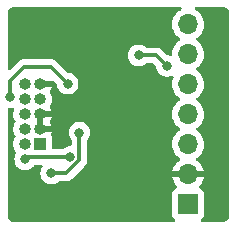
<source format=gbr>
%TF.GenerationSoftware,KiCad,Pcbnew,6.0.7-f9a2dced07~116~ubuntu22.04.1*%
%TF.CreationDate,2022-08-25T19:52:29+02:00*%
%TF.ProjectId,cortex_debug_adapter,636f7274-6578-45f6-9465-6275675f6164,rev?*%
%TF.SameCoordinates,Original*%
%TF.FileFunction,Copper,L2,Bot*%
%TF.FilePolarity,Positive*%
%FSLAX46Y46*%
G04 Gerber Fmt 4.6, Leading zero omitted, Abs format (unit mm)*
G04 Created by KiCad (PCBNEW 6.0.7-f9a2dced07~116~ubuntu22.04.1) date 2022-08-25 19:52:29*
%MOMM*%
%LPD*%
G01*
G04 APERTURE LIST*
%TA.AperFunction,ComponentPad*%
%ADD10R,1.700000X1.700000*%
%TD*%
%TA.AperFunction,ComponentPad*%
%ADD11O,1.700000X1.700000*%
%TD*%
%TA.AperFunction,ComponentPad*%
%ADD12R,1.000000X1.000000*%
%TD*%
%TA.AperFunction,ComponentPad*%
%ADD13O,1.000000X1.000000*%
%TD*%
%TA.AperFunction,ViaPad*%
%ADD14C,0.800000*%
%TD*%
%TA.AperFunction,Conductor*%
%ADD15C,0.300000*%
%TD*%
G04 APERTURE END LIST*
D10*
%TO.P,J2,1,Pin_1*%
%TO.N,VCC*%
X160800000Y-108202500D03*
D11*
%TO.P,J2,2,Pin_2*%
%TO.N,GND*%
X160800000Y-105662500D03*
%TO.P,J2,3,Pin_3*%
%TO.N,/TMS{slash}SWDIO*%
X160800000Y-103122500D03*
%TO.P,J2,4,Pin_4*%
%TO.N,/TCLK{slash}SWCLK*%
X160800000Y-100582500D03*
%TO.P,J2,5,Pin_5*%
%TO.N,/TDO{slash}SWO*%
X160800000Y-98042500D03*
%TO.P,J2,6,Pin_6*%
%TO.N,/TDI*%
X160800000Y-95502500D03*
%TO.P,J2,7,Pin_7*%
%TO.N,/RESET*%
X160800000Y-92962500D03*
%TD*%
D12*
%TO.P,J1,1,Pin_1*%
%TO.N,VCC*%
X148275000Y-103117500D03*
D13*
%TO.P,J1,2,Pin_2*%
%TO.N,/TMS{slash}SWDIO*%
X147005000Y-103117500D03*
%TO.P,J1,3,Pin_3*%
%TO.N,GND*%
X148275000Y-101847500D03*
%TO.P,J1,4,Pin_4*%
%TO.N,/TCLK{slash}SWCLK*%
X147005000Y-101847500D03*
%TO.P,J1,5,Pin_5*%
%TO.N,GND*%
X148275000Y-100577500D03*
%TO.P,J1,6,Pin_6*%
%TO.N,/TDO{slash}SWO*%
X147005000Y-100577500D03*
%TO.P,J1,7,Pin_7*%
%TO.N,unconnected-(J1-Pad7)*%
X148275000Y-99307500D03*
%TO.P,J1,8,Pin_8*%
%TO.N,/TDI*%
X147005000Y-99307500D03*
%TO.P,J1,9,Pin_9*%
%TO.N,GND*%
X148275000Y-98037500D03*
%TO.P,J1,10,Pin_10*%
%TO.N,/RESET*%
X147005000Y-98037500D03*
%TD*%
D14*
%TO.N,/TDO{slash}SWO*%
X145750000Y-99150000D03*
%TO.N,/TCLK{slash}SWCLK*%
X149200000Y-105600000D03*
%TO.N,/TDI*%
X159000000Y-96500000D03*
X156600000Y-95600000D03*
%TO.N,/TDO{slash}SWO*%
X150600000Y-98000000D03*
%TO.N,/TCLK{slash}SWCLK*%
X151600000Y-102150000D03*
%TO.N,/TMS{slash}SWDIO*%
X150800000Y-104200000D03*
X147000000Y-104400000D03*
%TD*%
D15*
%TO.N,/TDO{slash}SWO*%
X145750000Y-99150000D02*
X145750000Y-97750000D01*
X145750000Y-97750000D02*
X146900000Y-96600000D01*
%TO.N,/TCLK{slash}SWCLK*%
X150500000Y-105600000D02*
X151600000Y-104500000D01*
X151600000Y-104500000D02*
X151600000Y-102150000D01*
X149200000Y-105600000D02*
X150500000Y-105600000D01*
%TO.N,/TDI*%
X159000000Y-96500000D02*
X158100000Y-95600000D01*
X158100000Y-95600000D02*
X156600000Y-95600000D01*
%TO.N,/TDO{slash}SWO*%
X146900000Y-96600000D02*
X149200000Y-96600000D01*
X149200000Y-96600000D02*
X150600000Y-98000000D01*
%TO.N,/TMS{slash}SWDIO*%
X147000000Y-104400000D02*
X147200000Y-104200000D01*
X147200000Y-104200000D02*
X150800000Y-104200000D01*
%TD*%
%TA.AperFunction,Conductor*%
%TO.N,GND*%
G36*
X160204078Y-91528502D02*
G01*
X160250571Y-91582158D01*
X160260675Y-91652432D01*
X160231181Y-91717012D01*
X160194137Y-91746263D01*
X160073607Y-91809007D01*
X160069474Y-91812110D01*
X160069471Y-91812112D01*
X159899100Y-91940030D01*
X159894965Y-91943135D01*
X159838112Y-92002628D01*
X159789737Y-92053250D01*
X159740629Y-92104638D01*
X159614743Y-92289180D01*
X159520688Y-92491805D01*
X159460989Y-92707070D01*
X159437251Y-92929195D01*
X159437548Y-92934348D01*
X159437548Y-92934351D01*
X159443011Y-93029090D01*
X159450110Y-93152215D01*
X159451247Y-93157261D01*
X159451248Y-93157267D01*
X159471119Y-93245439D01*
X159499222Y-93370139D01*
X159583266Y-93577116D01*
X159699987Y-93767588D01*
X159846250Y-93936438D01*
X160018126Y-94079132D01*
X160088595Y-94120311D01*
X160091445Y-94121976D01*
X160140169Y-94173614D01*
X160153240Y-94243397D01*
X160126509Y-94309169D01*
X160086055Y-94342527D01*
X160073607Y-94349007D01*
X160069474Y-94352110D01*
X160069471Y-94352112D01*
X160045247Y-94370300D01*
X159894965Y-94483135D01*
X159740629Y-94644638D01*
X159614743Y-94829180D01*
X159599003Y-94863090D01*
X159531743Y-95007990D01*
X159520688Y-95031805D01*
X159460989Y-95247070D01*
X159437251Y-95469195D01*
X159437548Y-95474348D01*
X159437548Y-95474353D01*
X159439159Y-95502295D01*
X159423111Y-95571454D01*
X159372220Y-95620957D01*
X159302644Y-95635089D01*
X159282336Y-95630978D01*
X159282288Y-95631206D01*
X159101944Y-95592872D01*
X159101939Y-95592872D01*
X159095487Y-95591500D01*
X159074950Y-95591500D01*
X159006829Y-95571498D01*
X158985855Y-95554595D01*
X158623657Y-95192397D01*
X158615668Y-95183618D01*
X158615663Y-95183612D01*
X158611416Y-95176920D01*
X158559741Y-95128394D01*
X158556900Y-95125640D01*
X158536333Y-95105073D01*
X158532826Y-95102353D01*
X158523804Y-95094647D01*
X158495913Y-95068456D01*
X158490133Y-95063028D01*
X158481813Y-95058454D01*
X158471342Y-95052697D01*
X158454818Y-95041843D01*
X158444132Y-95033555D01*
X158437868Y-95028696D01*
X158430596Y-95025549D01*
X158430594Y-95025548D01*
X158395465Y-95010346D01*
X158384805Y-95005124D01*
X158351284Y-94986695D01*
X158351282Y-94986694D01*
X158344337Y-94982876D01*
X158323559Y-94977541D01*
X158304869Y-94971142D01*
X158285176Y-94962620D01*
X158239552Y-94955394D01*
X158227929Y-94952987D01*
X158199928Y-94945798D01*
X158183188Y-94941500D01*
X158161741Y-94941500D01*
X158142031Y-94939949D01*
X158128677Y-94937834D01*
X158120848Y-94936594D01*
X158074859Y-94940941D01*
X158063004Y-94941500D01*
X157280224Y-94941500D01*
X157212103Y-94921498D01*
X157206163Y-94917436D01*
X157205909Y-94917251D01*
X157056752Y-94808882D01*
X157050724Y-94806198D01*
X157050722Y-94806197D01*
X156888319Y-94733891D01*
X156888318Y-94733891D01*
X156882288Y-94731206D01*
X156788887Y-94711353D01*
X156701944Y-94692872D01*
X156701939Y-94692872D01*
X156695487Y-94691500D01*
X156504513Y-94691500D01*
X156498061Y-94692872D01*
X156498056Y-94692872D01*
X156411112Y-94711353D01*
X156317712Y-94731206D01*
X156311682Y-94733891D01*
X156311681Y-94733891D01*
X156149278Y-94806197D01*
X156149276Y-94806198D01*
X156143248Y-94808882D01*
X155988747Y-94921134D01*
X155984326Y-94926044D01*
X155984325Y-94926045D01*
X155874589Y-95047920D01*
X155860960Y-95063056D01*
X155765473Y-95228444D01*
X155706458Y-95410072D01*
X155705768Y-95416633D01*
X155705768Y-95416635D01*
X155696390Y-95505865D01*
X155686496Y-95600000D01*
X155706458Y-95789928D01*
X155765473Y-95971556D01*
X155768776Y-95977278D01*
X155768777Y-95977279D01*
X155785832Y-96006819D01*
X155860960Y-96136944D01*
X155865378Y-96141851D01*
X155865379Y-96141852D01*
X155902983Y-96183615D01*
X155988747Y-96278866D01*
X156011511Y-96295405D01*
X156136189Y-96385989D01*
X156143248Y-96391118D01*
X156149276Y-96393802D01*
X156149278Y-96393803D01*
X156311681Y-96466109D01*
X156317712Y-96468794D01*
X156409433Y-96488290D01*
X156498056Y-96507128D01*
X156498061Y-96507128D01*
X156504513Y-96508500D01*
X156695487Y-96508500D01*
X156701939Y-96507128D01*
X156701944Y-96507128D01*
X156790567Y-96488290D01*
X156882288Y-96468794D01*
X156888319Y-96466109D01*
X157050722Y-96393803D01*
X157050724Y-96393802D01*
X157056752Y-96391118D01*
X157063812Y-96385989D01*
X157188489Y-96295405D01*
X157206163Y-96282564D01*
X157273031Y-96258706D01*
X157280224Y-96258500D01*
X157775050Y-96258500D01*
X157843171Y-96278502D01*
X157864145Y-96295405D01*
X158057030Y-96488290D01*
X158091056Y-96550602D01*
X158093245Y-96564214D01*
X158104512Y-96671409D01*
X158106458Y-96689928D01*
X158108498Y-96696205D01*
X158108498Y-96696207D01*
X158130662Y-96764421D01*
X158165473Y-96871556D01*
X158168776Y-96877278D01*
X158168777Y-96877279D01*
X158172829Y-96884297D01*
X158260960Y-97036944D01*
X158265378Y-97041851D01*
X158265379Y-97041852D01*
X158310082Y-97091500D01*
X158388747Y-97178866D01*
X158543248Y-97291118D01*
X158549276Y-97293802D01*
X158549278Y-97293803D01*
X158651905Y-97339495D01*
X158717712Y-97368794D01*
X158811113Y-97388647D01*
X158898056Y-97407128D01*
X158898061Y-97407128D01*
X158904513Y-97408500D01*
X159095487Y-97408500D01*
X159101939Y-97407128D01*
X159101944Y-97407128D01*
X159188887Y-97388647D01*
X159282288Y-97368794D01*
X159394525Y-97318823D01*
X159464892Y-97309389D01*
X159529189Y-97339495D01*
X159567003Y-97399584D01*
X159566327Y-97470578D01*
X159560062Y-97486980D01*
X159520688Y-97571805D01*
X159460989Y-97787070D01*
X159437251Y-98009195D01*
X159437548Y-98014348D01*
X159437548Y-98014351D01*
X159443011Y-98109090D01*
X159450110Y-98232215D01*
X159451247Y-98237261D01*
X159451248Y-98237267D01*
X159468106Y-98312070D01*
X159499222Y-98450139D01*
X159583266Y-98657116D01*
X159598974Y-98682749D01*
X159667028Y-98793803D01*
X159699987Y-98847588D01*
X159846250Y-99016438D01*
X160018126Y-99159132D01*
X160088595Y-99200311D01*
X160091445Y-99201976D01*
X160140169Y-99253614D01*
X160153240Y-99323397D01*
X160126509Y-99389169D01*
X160086055Y-99422527D01*
X160073607Y-99429007D01*
X160069474Y-99432110D01*
X160069471Y-99432112D01*
X159899100Y-99560030D01*
X159894965Y-99563135D01*
X159740629Y-99724638D01*
X159614743Y-99909180D01*
X159520688Y-100111805D01*
X159460989Y-100327070D01*
X159437251Y-100549195D01*
X159437548Y-100554348D01*
X159437548Y-100554351D01*
X159443011Y-100649090D01*
X159450110Y-100772215D01*
X159451247Y-100777261D01*
X159451248Y-100777267D01*
X159471119Y-100865439D01*
X159499222Y-100990139D01*
X159583266Y-101197116D01*
X159611305Y-101242872D01*
X159680751Y-101356197D01*
X159699987Y-101387588D01*
X159846250Y-101556438D01*
X160018126Y-101699132D01*
X160088595Y-101740311D01*
X160091445Y-101741976D01*
X160140169Y-101793614D01*
X160153240Y-101863397D01*
X160126509Y-101929169D01*
X160086055Y-101962527D01*
X160073607Y-101969007D01*
X160069474Y-101972110D01*
X160069471Y-101972112D01*
X159899100Y-102100030D01*
X159894965Y-102103135D01*
X159891393Y-102106873D01*
X159750567Y-102254239D01*
X159740629Y-102264638D01*
X159614743Y-102449180D01*
X159520688Y-102651805D01*
X159460989Y-102867070D01*
X159437251Y-103089195D01*
X159437548Y-103094348D01*
X159437548Y-103094351D01*
X159449772Y-103306358D01*
X159450110Y-103312215D01*
X159451247Y-103317261D01*
X159451248Y-103317267D01*
X159454995Y-103333891D01*
X159499222Y-103530139D01*
X159583266Y-103737116D01*
X159699987Y-103927588D01*
X159846250Y-104096438D01*
X160018126Y-104239132D01*
X160091955Y-104282274D01*
X160140679Y-104333912D01*
X160153750Y-104403695D01*
X160127019Y-104469467D01*
X160086562Y-104502827D01*
X160078457Y-104507046D01*
X160069738Y-104512536D01*
X159899433Y-104640405D01*
X159891726Y-104647248D01*
X159744590Y-104801217D01*
X159738104Y-104809227D01*
X159618098Y-104985149D01*
X159613000Y-104994123D01*
X159523338Y-105187283D01*
X159519775Y-105196970D01*
X159464389Y-105396683D01*
X159465912Y-105405107D01*
X159478292Y-105408500D01*
X162118344Y-105408500D01*
X162131875Y-105404527D01*
X162133180Y-105395447D01*
X162091214Y-105228375D01*
X162087894Y-105218624D01*
X162002972Y-105023314D01*
X161998105Y-105014239D01*
X161882426Y-104835426D01*
X161876136Y-104827257D01*
X161732806Y-104669740D01*
X161725273Y-104662715D01*
X161558139Y-104530722D01*
X161549556Y-104525020D01*
X161512602Y-104504620D01*
X161462631Y-104454187D01*
X161447859Y-104384745D01*
X161472975Y-104318339D01*
X161500327Y-104291732D01*
X161523797Y-104274991D01*
X161679860Y-104163673D01*
X161838096Y-104005989D01*
X161897594Y-103923189D01*
X161965435Y-103828777D01*
X161968453Y-103824577D01*
X161999937Y-103760875D01*
X162065136Y-103628953D01*
X162065137Y-103628951D01*
X162067430Y-103624311D01*
X162132370Y-103410569D01*
X162161529Y-103189090D01*
X162161611Y-103185740D01*
X162163074Y-103125865D01*
X162163074Y-103125861D01*
X162163156Y-103122500D01*
X162144852Y-102899861D01*
X162090431Y-102683202D01*
X162001354Y-102478340D01*
X161931780Y-102370795D01*
X161882822Y-102295117D01*
X161882820Y-102295114D01*
X161880014Y-102290777D01*
X161729670Y-102125551D01*
X161725619Y-102122352D01*
X161725615Y-102122348D01*
X161558414Y-101990300D01*
X161558410Y-101990298D01*
X161554359Y-101987098D01*
X161513053Y-101964296D01*
X161463084Y-101913864D01*
X161448312Y-101844421D01*
X161473428Y-101778016D01*
X161500780Y-101751409D01*
X161544603Y-101720150D01*
X161679860Y-101623673D01*
X161695440Y-101608148D01*
X161834435Y-101469637D01*
X161838096Y-101465989D01*
X161897594Y-101383189D01*
X161965435Y-101288777D01*
X161968453Y-101284577D01*
X162003606Y-101213451D01*
X162065136Y-101088953D01*
X162065137Y-101088951D01*
X162067430Y-101084311D01*
X162132370Y-100870569D01*
X162161529Y-100649090D01*
X162163156Y-100582500D01*
X162144852Y-100359861D01*
X162090431Y-100143202D01*
X162001354Y-99938340D01*
X161880014Y-99750777D01*
X161729670Y-99585551D01*
X161725619Y-99582352D01*
X161725615Y-99582348D01*
X161558414Y-99450300D01*
X161558410Y-99450298D01*
X161554359Y-99447098D01*
X161513053Y-99424296D01*
X161463084Y-99373864D01*
X161448312Y-99304421D01*
X161473428Y-99238016D01*
X161500780Y-99211409D01*
X161544603Y-99180150D01*
X161679860Y-99083673D01*
X161838096Y-98925989D01*
X161845352Y-98915892D01*
X161965435Y-98748777D01*
X161968453Y-98744577D01*
X162003357Y-98673955D01*
X162065136Y-98548953D01*
X162065137Y-98548951D01*
X162067430Y-98544311D01*
X162132370Y-98330569D01*
X162161529Y-98109090D01*
X162162587Y-98065795D01*
X162163074Y-98045865D01*
X162163074Y-98045861D01*
X162163156Y-98042500D01*
X162144852Y-97819861D01*
X162090431Y-97603202D01*
X162001354Y-97398340D01*
X161929478Y-97287237D01*
X161882822Y-97215117D01*
X161882820Y-97215114D01*
X161880014Y-97210777D01*
X161729670Y-97045551D01*
X161725619Y-97042352D01*
X161725615Y-97042348D01*
X161558414Y-96910300D01*
X161558410Y-96910298D01*
X161554359Y-96907098D01*
X161513053Y-96884296D01*
X161463084Y-96833864D01*
X161448312Y-96764421D01*
X161473428Y-96698016D01*
X161500780Y-96671409D01*
X161651062Y-96564214D01*
X161679860Y-96543673D01*
X161703776Y-96519841D01*
X161761209Y-96462607D01*
X161838096Y-96385989D01*
X161968453Y-96204577D01*
X161990222Y-96160532D01*
X162065136Y-96008953D01*
X162065137Y-96008951D01*
X162067430Y-96004311D01*
X162132370Y-95790569D01*
X162161529Y-95569090D01*
X162163156Y-95502500D01*
X162144852Y-95279861D01*
X162090431Y-95063202D01*
X162001354Y-94858340D01*
X161894308Y-94692872D01*
X161882822Y-94675117D01*
X161882820Y-94675114D01*
X161880014Y-94670777D01*
X161729670Y-94505551D01*
X161725619Y-94502352D01*
X161725615Y-94502348D01*
X161558414Y-94370300D01*
X161558410Y-94370298D01*
X161554359Y-94367098D01*
X161513053Y-94344296D01*
X161463084Y-94293864D01*
X161448312Y-94224421D01*
X161473428Y-94158016D01*
X161500780Y-94131409D01*
X161544603Y-94100150D01*
X161679860Y-94003673D01*
X161838096Y-93845989D01*
X161897594Y-93763189D01*
X161965435Y-93668777D01*
X161968453Y-93664577D01*
X162067430Y-93464311D01*
X162132370Y-93250569D01*
X162161529Y-93029090D01*
X162163156Y-92962500D01*
X162144852Y-92739861D01*
X162090431Y-92523202D01*
X162001354Y-92318340D01*
X161880014Y-92130777D01*
X161729670Y-91965551D01*
X161725619Y-91962352D01*
X161725615Y-91962348D01*
X161558414Y-91830300D01*
X161558410Y-91830298D01*
X161554359Y-91827098D01*
X161517260Y-91806618D01*
X161405292Y-91744809D01*
X161355321Y-91694376D01*
X161340549Y-91624933D01*
X161365665Y-91558528D01*
X161422696Y-91516243D01*
X161466185Y-91508500D01*
X163750633Y-91508500D01*
X163770018Y-91510000D01*
X163784852Y-91512310D01*
X163784855Y-91512310D01*
X163793724Y-91513691D01*
X163802626Y-91512527D01*
X163802750Y-91512511D01*
X163833192Y-91512240D01*
X163840621Y-91513077D01*
X163895264Y-91519234D01*
X163922771Y-91525513D01*
X163999853Y-91552485D01*
X164025274Y-91564727D01*
X164094426Y-91608178D01*
X164116485Y-91625770D01*
X164174230Y-91683515D01*
X164191822Y-91705574D01*
X164235273Y-91774726D01*
X164247515Y-91800147D01*
X164274487Y-91877228D01*
X164280766Y-91904736D01*
X164287018Y-91960226D01*
X164286923Y-91975868D01*
X164287800Y-91975879D01*
X164287690Y-91984851D01*
X164286309Y-91993724D01*
X164287473Y-92002626D01*
X164287473Y-92002628D01*
X164290436Y-92025283D01*
X164291500Y-92041621D01*
X164291500Y-109141274D01*
X164289859Y-109161542D01*
X164286366Y-109182974D01*
X164287499Y-109192139D01*
X164287570Y-109222462D01*
X164283404Y-109257519D01*
X164279926Y-109286784D01*
X164273566Y-109314012D01*
X164245462Y-109393297D01*
X164233254Y-109418450D01*
X164231408Y-109421375D01*
X164188357Y-109489583D01*
X164170901Y-109511426D01*
X164111426Y-109570901D01*
X164089583Y-109588357D01*
X164018452Y-109633253D01*
X163993298Y-109645461D01*
X163941650Y-109663769D01*
X163914012Y-109673566D01*
X163886783Y-109679926D01*
X163829055Y-109686786D01*
X163813390Y-109686573D01*
X163813385Y-109687641D01*
X163804404Y-109687595D01*
X163795526Y-109686277D01*
X163785641Y-109687641D01*
X163766247Y-109690317D01*
X163749024Y-109691500D01*
X162023562Y-109691500D01*
X161955441Y-109671498D01*
X161908948Y-109617842D01*
X161898844Y-109547568D01*
X161928338Y-109482988D01*
X161947997Y-109464674D01*
X162006080Y-109421143D01*
X162006081Y-109421142D01*
X162013261Y-109415761D01*
X162100615Y-109299205D01*
X162151745Y-109162816D01*
X162158500Y-109100634D01*
X162158500Y-107304366D01*
X162151745Y-107242184D01*
X162100615Y-107105795D01*
X162013261Y-106989239D01*
X161896705Y-106901885D01*
X161777687Y-106857267D01*
X161720923Y-106814625D01*
X161696223Y-106748064D01*
X161711430Y-106678715D01*
X161732977Y-106650035D01*
X161834052Y-106549312D01*
X161840730Y-106541465D01*
X161965003Y-106368520D01*
X161970313Y-106359683D01*
X162064670Y-106168767D01*
X162068469Y-106159172D01*
X162130377Y-105955410D01*
X162132555Y-105945337D01*
X162133986Y-105934462D01*
X162131775Y-105920278D01*
X162118617Y-105916500D01*
X159483225Y-105916500D01*
X159469694Y-105920473D01*
X159468257Y-105930466D01*
X159498565Y-106064946D01*
X159501645Y-106074775D01*
X159581770Y-106272103D01*
X159586413Y-106281294D01*
X159697694Y-106462888D01*
X159703777Y-106471199D01*
X159843213Y-106632167D01*
X159850577Y-106639379D01*
X159855522Y-106643485D01*
X159895156Y-106702389D01*
X159896653Y-106773370D01*
X159859537Y-106833892D01*
X159819264Y-106858410D01*
X159711705Y-106898732D01*
X159711704Y-106898733D01*
X159703295Y-106901885D01*
X159586739Y-106989239D01*
X159499385Y-107105795D01*
X159448255Y-107242184D01*
X159441500Y-107304366D01*
X159441500Y-109100634D01*
X159448255Y-109162816D01*
X159499385Y-109299205D01*
X159586739Y-109415761D01*
X159593919Y-109421142D01*
X159593920Y-109421143D01*
X159652003Y-109464674D01*
X159694518Y-109521534D01*
X159699544Y-109592352D01*
X159665484Y-109654645D01*
X159603152Y-109688635D01*
X159576438Y-109691500D01*
X146058725Y-109691500D01*
X146038457Y-109689859D01*
X146017025Y-109686366D01*
X146007782Y-109687508D01*
X145977533Y-109687586D01*
X145913630Y-109680025D01*
X145886525Y-109673724D01*
X145807530Y-109645858D01*
X145782466Y-109633756D01*
X145711525Y-109589231D01*
X145689729Y-109571922D01*
X145630294Y-109512908D01*
X145612830Y-109491235D01*
X145567802Y-109420613D01*
X145555521Y-109395632D01*
X145527098Y-109316845D01*
X145520602Y-109289781D01*
X145513426Y-109232615D01*
X145513543Y-109216846D01*
X145512490Y-109216848D01*
X145512473Y-109207873D01*
X145513728Y-109198983D01*
X145509808Y-109171991D01*
X145508500Y-109153882D01*
X145508500Y-100182397D01*
X145528502Y-100114276D01*
X145582158Y-100067783D01*
X145647668Y-100057087D01*
X145648058Y-100057128D01*
X145654513Y-100058500D01*
X145845487Y-100058500D01*
X145851939Y-100057128D01*
X145851944Y-100057128D01*
X145919044Y-100042865D01*
X145989835Y-100048267D01*
X146046467Y-100091084D01*
X146070961Y-100157722D01*
X146065343Y-100204210D01*
X146026370Y-100327070D01*
X146013765Y-100366806D01*
X145993883Y-100544062D01*
X145992729Y-100554351D01*
X145991719Y-100563351D01*
X146008268Y-100760434D01*
X146062783Y-100950550D01*
X146153187Y-101126456D01*
X146157016Y-101131287D01*
X146158839Y-101133588D01*
X146159414Y-101135009D01*
X146160353Y-101136466D01*
X146160076Y-101136644D01*
X146185474Y-101199398D01*
X146172301Y-101269162D01*
X146168846Y-101274974D01*
X146073567Y-101448287D01*
X146071706Y-101454154D01*
X146071705Y-101454156D01*
X146022856Y-101608148D01*
X146013765Y-101636806D01*
X145991719Y-101833351D01*
X145992235Y-101839495D01*
X146004420Y-101984604D01*
X146008268Y-102030434D01*
X146028224Y-102100030D01*
X146044436Y-102156565D01*
X146062783Y-102220550D01*
X146153187Y-102396456D01*
X146157016Y-102401287D01*
X146158839Y-102403588D01*
X146159414Y-102405009D01*
X146160353Y-102406466D01*
X146160076Y-102406644D01*
X146185474Y-102469398D01*
X146172301Y-102539162D01*
X146168846Y-102544974D01*
X146073567Y-102718287D01*
X146071706Y-102724154D01*
X146071705Y-102724156D01*
X146046232Y-102804456D01*
X146013765Y-102906806D01*
X146013079Y-102912925D01*
X145992729Y-103094351D01*
X145991719Y-103103351D01*
X145995472Y-103148046D01*
X146007518Y-103291500D01*
X146008268Y-103300434D01*
X146017092Y-103331206D01*
X146056272Y-103467842D01*
X146062783Y-103490550D01*
X146153187Y-103666456D01*
X146228022Y-103760875D01*
X146254659Y-103826685D01*
X146238395Y-103902139D01*
X146178437Y-104005989D01*
X146165473Y-104028444D01*
X146106458Y-104210072D01*
X146086496Y-104400000D01*
X146087186Y-104406565D01*
X146105750Y-104583188D01*
X146106458Y-104589928D01*
X146165473Y-104771556D01*
X146260960Y-104936944D01*
X146265378Y-104941851D01*
X146265379Y-104941852D01*
X146333075Y-105017036D01*
X146388747Y-105078866D01*
X146543248Y-105191118D01*
X146549276Y-105193802D01*
X146549278Y-105193803D01*
X146641200Y-105234729D01*
X146717712Y-105268794D01*
X146811113Y-105288647D01*
X146898056Y-105307128D01*
X146898061Y-105307128D01*
X146904513Y-105308500D01*
X147095487Y-105308500D01*
X147101939Y-105307128D01*
X147101944Y-105307128D01*
X147188888Y-105288647D01*
X147282288Y-105268794D01*
X147358800Y-105234729D01*
X147450722Y-105193803D01*
X147450724Y-105193802D01*
X147456752Y-105191118D01*
X147611253Y-105078866D01*
X147666925Y-105017036D01*
X147734621Y-104941852D01*
X147734622Y-104941851D01*
X147739040Y-104936944D01*
X147745896Y-104925069D01*
X147747958Y-104921498D01*
X147799342Y-104872506D01*
X147857076Y-104858500D01*
X148363143Y-104858500D01*
X148431264Y-104878502D01*
X148477757Y-104932158D01*
X148487861Y-105002432D01*
X148465138Y-105058416D01*
X148460960Y-105063056D01*
X148457659Y-105068774D01*
X148457658Y-105068775D01*
X148371143Y-105218624D01*
X148365473Y-105228444D01*
X148306458Y-105410072D01*
X148286496Y-105600000D01*
X148306458Y-105789928D01*
X148365473Y-105971556D01*
X148460960Y-106136944D01*
X148465378Y-106141851D01*
X148465379Y-106141852D01*
X148584325Y-106273955D01*
X148588747Y-106278866D01*
X148743248Y-106391118D01*
X148749276Y-106393802D01*
X148749278Y-106393803D01*
X148911681Y-106466109D01*
X148917712Y-106468794D01*
X149011113Y-106488647D01*
X149098056Y-106507128D01*
X149098061Y-106507128D01*
X149104513Y-106508500D01*
X149295487Y-106508500D01*
X149301939Y-106507128D01*
X149301944Y-106507128D01*
X149388887Y-106488647D01*
X149482288Y-106468794D01*
X149488319Y-106466109D01*
X149650722Y-106393803D01*
X149650724Y-106393802D01*
X149656752Y-106391118D01*
X149687856Y-106368520D01*
X149754126Y-106320371D01*
X149806163Y-106282564D01*
X149873031Y-106258706D01*
X149880224Y-106258500D01*
X150417944Y-106258500D01*
X150429800Y-106259059D01*
X150429803Y-106259059D01*
X150437537Y-106260788D01*
X150508369Y-106258562D01*
X150512327Y-106258500D01*
X150541432Y-106258500D01*
X150545832Y-106257944D01*
X150557664Y-106257012D01*
X150603831Y-106255562D01*
X150624421Y-106249580D01*
X150643782Y-106245570D01*
X150650770Y-106244688D01*
X150657204Y-106243875D01*
X150657205Y-106243875D01*
X150665064Y-106242882D01*
X150672429Y-106239966D01*
X150672433Y-106239965D01*
X150708021Y-106225874D01*
X150719231Y-106222035D01*
X150763600Y-106209145D01*
X150782065Y-106198225D01*
X150799805Y-106189534D01*
X150819756Y-106181635D01*
X150857129Y-106154482D01*
X150867048Y-106147967D01*
X150899977Y-106128493D01*
X150899981Y-106128490D01*
X150906807Y-106124453D01*
X150921971Y-106109289D01*
X150937005Y-106096448D01*
X150947943Y-106088501D01*
X150954357Y-106083841D01*
X150983803Y-106048247D01*
X150991792Y-106039468D01*
X152007605Y-105023655D01*
X152016385Y-105015665D01*
X152016387Y-105015663D01*
X152023080Y-105011416D01*
X152071605Y-104959742D01*
X152074359Y-104956901D01*
X152094927Y-104936333D01*
X152097647Y-104932826D01*
X152105353Y-104923804D01*
X152136972Y-104890133D01*
X152143366Y-104878502D01*
X152147303Y-104871342D01*
X152158157Y-104854818D01*
X152166445Y-104844132D01*
X152171304Y-104837868D01*
X152175896Y-104827257D01*
X152189654Y-104795465D01*
X152194876Y-104784805D01*
X152213305Y-104751284D01*
X152213306Y-104751282D01*
X152217124Y-104744337D01*
X152222459Y-104723559D01*
X152228858Y-104704869D01*
X152237380Y-104685176D01*
X152244606Y-104639552D01*
X152247013Y-104627929D01*
X152256528Y-104590868D01*
X152258500Y-104583188D01*
X152258500Y-104561741D01*
X152260051Y-104542031D01*
X152262166Y-104528677D01*
X152263406Y-104520848D01*
X152259059Y-104474859D01*
X152258500Y-104463004D01*
X152258500Y-102824759D01*
X152278502Y-102756638D01*
X152290864Y-102740449D01*
X152334621Y-102691852D01*
X152334622Y-102691851D01*
X152339040Y-102686944D01*
X152434527Y-102521556D01*
X152493542Y-102339928D01*
X152499110Y-102286957D01*
X152512814Y-102156565D01*
X152513504Y-102150000D01*
X152496383Y-101987098D01*
X152494232Y-101966635D01*
X152494232Y-101966633D01*
X152493542Y-101960072D01*
X152434527Y-101778444D01*
X152339040Y-101613056D01*
X152317855Y-101589527D01*
X152215675Y-101476045D01*
X152215674Y-101476044D01*
X152211253Y-101471134D01*
X152056752Y-101358882D01*
X152050724Y-101356198D01*
X152050722Y-101356197D01*
X151888319Y-101283891D01*
X151888318Y-101283891D01*
X151882288Y-101281206D01*
X151788888Y-101261353D01*
X151701944Y-101242872D01*
X151701939Y-101242872D01*
X151695487Y-101241500D01*
X151504513Y-101241500D01*
X151498061Y-101242872D01*
X151498056Y-101242872D01*
X151411113Y-101261353D01*
X151317712Y-101281206D01*
X151311682Y-101283891D01*
X151311681Y-101283891D01*
X151149278Y-101356197D01*
X151149276Y-101356198D01*
X151143248Y-101358882D01*
X150988747Y-101471134D01*
X150984326Y-101476044D01*
X150984325Y-101476045D01*
X150882146Y-101589527D01*
X150860960Y-101613056D01*
X150765473Y-101778444D01*
X150706458Y-101960072D01*
X150705768Y-101966633D01*
X150705768Y-101966635D01*
X150703617Y-101987098D01*
X150686496Y-102150000D01*
X150687186Y-102156565D01*
X150700891Y-102286957D01*
X150706458Y-102339928D01*
X150765473Y-102521556D01*
X150860960Y-102686944D01*
X150865378Y-102691851D01*
X150865379Y-102691852D01*
X150909136Y-102740449D01*
X150939854Y-102804456D01*
X150941500Y-102824759D01*
X150941500Y-103165500D01*
X150921498Y-103233621D01*
X150867842Y-103280114D01*
X150815500Y-103291500D01*
X150704513Y-103291500D01*
X150698061Y-103292872D01*
X150698056Y-103292872D01*
X150611112Y-103311353D01*
X150517712Y-103331206D01*
X150511682Y-103333891D01*
X150511681Y-103333891D01*
X150349278Y-103406197D01*
X150349276Y-103406198D01*
X150343248Y-103408882D01*
X150337907Y-103412762D01*
X150337906Y-103412763D01*
X150193837Y-103517436D01*
X150126969Y-103541294D01*
X150119776Y-103541500D01*
X149409500Y-103541500D01*
X149341379Y-103521498D01*
X149294886Y-103467842D01*
X149283500Y-103415500D01*
X149283500Y-102569366D01*
X149276745Y-102507184D01*
X149225615Y-102370795D01*
X149220229Y-102363608D01*
X149215921Y-102355740D01*
X149217789Y-102354717D01*
X149197139Y-102299445D01*
X149203255Y-102250617D01*
X149247142Y-102118689D01*
X149247643Y-102104597D01*
X149241454Y-102101500D01*
X148147000Y-102101500D01*
X148078879Y-102081498D01*
X148032386Y-102027842D01*
X148021000Y-101975500D01*
X148021000Y-101575385D01*
X148529000Y-101575385D01*
X148533475Y-101590624D01*
X148534865Y-101591829D01*
X148542548Y-101593500D01*
X149233183Y-101593500D01*
X149246714Y-101589527D01*
X149247806Y-101581933D01*
X149213231Y-101467419D01*
X149208560Y-101456086D01*
X149121538Y-101292420D01*
X149114124Y-101281260D01*
X149093088Y-101213451D01*
X149109517Y-101149297D01*
X149197262Y-100994837D01*
X149202256Y-100983621D01*
X149247142Y-100848690D01*
X149247643Y-100834597D01*
X149241454Y-100831500D01*
X148547115Y-100831500D01*
X148531876Y-100835975D01*
X148530671Y-100837365D01*
X148529000Y-100845048D01*
X148529000Y-101575385D01*
X148021000Y-101575385D01*
X148021000Y-100449500D01*
X148041002Y-100381379D01*
X148094658Y-100334886D01*
X148147000Y-100323500D01*
X149233183Y-100323500D01*
X149246714Y-100319527D01*
X149247806Y-100311933D01*
X149213231Y-100197419D01*
X149208560Y-100186086D01*
X149121537Y-100022418D01*
X149114435Y-100011728D01*
X149093398Y-99943920D01*
X149109827Y-99879764D01*
X149197723Y-99725042D01*
X149197725Y-99725037D01*
X149200769Y-99719679D01*
X149263197Y-99532013D01*
X149287985Y-99335795D01*
X149288380Y-99307500D01*
X149269080Y-99110667D01*
X149211916Y-98921331D01*
X149119066Y-98746704D01*
X149115170Y-98741927D01*
X149114404Y-98740774D01*
X149093366Y-98672966D01*
X149109795Y-98608808D01*
X149197262Y-98454837D01*
X149202256Y-98443621D01*
X149247142Y-98308690D01*
X149247643Y-98294597D01*
X149241454Y-98291500D01*
X148147000Y-98291500D01*
X148078879Y-98271498D01*
X148032386Y-98217842D01*
X148021000Y-98165500D01*
X148021000Y-97909500D01*
X148041002Y-97841379D01*
X148094658Y-97794886D01*
X148147000Y-97783500D01*
X149233183Y-97783500D01*
X149248422Y-97779025D01*
X149252340Y-97774504D01*
X149312065Y-97736119D01*
X149383062Y-97736118D01*
X149436660Y-97767920D01*
X149657030Y-97988290D01*
X149691056Y-98050602D01*
X149693244Y-98064211D01*
X149706458Y-98189928D01*
X149708498Y-98196205D01*
X149708498Y-98196207D01*
X149729880Y-98262013D01*
X149765473Y-98371556D01*
X149860960Y-98536944D01*
X149865378Y-98541851D01*
X149865379Y-98541852D01*
X149983435Y-98672966D01*
X149988747Y-98678866D01*
X150143248Y-98791118D01*
X150149276Y-98793802D01*
X150149278Y-98793803D01*
X150270082Y-98847588D01*
X150317712Y-98868794D01*
X150411112Y-98888647D01*
X150498056Y-98907128D01*
X150498061Y-98907128D01*
X150504513Y-98908500D01*
X150695487Y-98908500D01*
X150701939Y-98907128D01*
X150701944Y-98907128D01*
X150788888Y-98888647D01*
X150882288Y-98868794D01*
X150929918Y-98847588D01*
X151050722Y-98793803D01*
X151050724Y-98793802D01*
X151056752Y-98791118D01*
X151211253Y-98678866D01*
X151216565Y-98672966D01*
X151334621Y-98541852D01*
X151334622Y-98541851D01*
X151339040Y-98536944D01*
X151434527Y-98371556D01*
X151493542Y-98189928D01*
X151496110Y-98165500D01*
X151512814Y-98006565D01*
X151513504Y-98000000D01*
X151503992Y-97909500D01*
X151494232Y-97816635D01*
X151494232Y-97816633D01*
X151493542Y-97810072D01*
X151434527Y-97628444D01*
X151419954Y-97603202D01*
X151397314Y-97563990D01*
X151339040Y-97463056D01*
X151285047Y-97403090D01*
X151215675Y-97326045D01*
X151215674Y-97326044D01*
X151211253Y-97321134D01*
X151056752Y-97208882D01*
X151050724Y-97206198D01*
X151050722Y-97206197D01*
X150888319Y-97133891D01*
X150888318Y-97133891D01*
X150882288Y-97131206D01*
X150788888Y-97111353D01*
X150701944Y-97092872D01*
X150701939Y-97092872D01*
X150695487Y-97091500D01*
X150674950Y-97091500D01*
X150606829Y-97071498D01*
X150585855Y-97054595D01*
X149723655Y-96192395D01*
X149715665Y-96183615D01*
X149715663Y-96183613D01*
X149711416Y-96176920D01*
X149693965Y-96160532D01*
X149659743Y-96128396D01*
X149656901Y-96125641D01*
X149636333Y-96105073D01*
X149632826Y-96102353D01*
X149623804Y-96094647D01*
X149619613Y-96090711D01*
X149590133Y-96063028D01*
X149583181Y-96059206D01*
X149571342Y-96052697D01*
X149554818Y-96041843D01*
X149544132Y-96033555D01*
X149537868Y-96028696D01*
X149530596Y-96025549D01*
X149530594Y-96025548D01*
X149495465Y-96010346D01*
X149484805Y-96005124D01*
X149451284Y-95986695D01*
X149451282Y-95986694D01*
X149444337Y-95982876D01*
X149423559Y-95977541D01*
X149404869Y-95971142D01*
X149385176Y-95962620D01*
X149339552Y-95955394D01*
X149327929Y-95952987D01*
X149293657Y-95944188D01*
X149283188Y-95941500D01*
X149261741Y-95941500D01*
X149242031Y-95939949D01*
X149220848Y-95936594D01*
X149174859Y-95940941D01*
X149163004Y-95941500D01*
X146982060Y-95941500D01*
X146970203Y-95940941D01*
X146962463Y-95939211D01*
X146954538Y-95939460D01*
X146954537Y-95939460D01*
X146891599Y-95941438D01*
X146887641Y-95941500D01*
X146858568Y-95941500D01*
X146854634Y-95941997D01*
X146854632Y-95941997D01*
X146854189Y-95942053D01*
X146842354Y-95942985D01*
X146809564Y-95944016D01*
X146804089Y-95944188D01*
X146804088Y-95944188D01*
X146796169Y-95944437D01*
X146776444Y-95950168D01*
X146775571Y-95950421D01*
X146756218Y-95954429D01*
X146752743Y-95954868D01*
X146734936Y-95957118D01*
X146727568Y-95960035D01*
X146727565Y-95960036D01*
X146691982Y-95974125D01*
X146680747Y-95977971D01*
X146644016Y-95988642D01*
X146644013Y-95988643D01*
X146636400Y-95990855D01*
X146617935Y-96001775D01*
X146600195Y-96010466D01*
X146580244Y-96018365D01*
X146542874Y-96045516D01*
X146532952Y-96052033D01*
X146500023Y-96071507D01*
X146500019Y-96071510D01*
X146493193Y-96075547D01*
X146478029Y-96090711D01*
X146462996Y-96103551D01*
X146445643Y-96116159D01*
X146424388Y-96141852D01*
X146416198Y-96151752D01*
X146408208Y-96160532D01*
X145723595Y-96845145D01*
X145661283Y-96879171D01*
X145590468Y-96874106D01*
X145533632Y-96831559D01*
X145508821Y-96765039D01*
X145508500Y-96756050D01*
X145508500Y-92053250D01*
X145510246Y-92032345D01*
X145512770Y-92017344D01*
X145512770Y-92017341D01*
X145513576Y-92012552D01*
X145513729Y-92000000D01*
X145513040Y-91995188D01*
X145512723Y-91990327D01*
X145513008Y-91990308D01*
X145512607Y-91963549D01*
X145519234Y-91904736D01*
X145525513Y-91877229D01*
X145552485Y-91800147D01*
X145564727Y-91774726D01*
X145608178Y-91705574D01*
X145625770Y-91683515D01*
X145683515Y-91625770D01*
X145705574Y-91608178D01*
X145774726Y-91564727D01*
X145800147Y-91552485D01*
X145877228Y-91525513D01*
X145904736Y-91519234D01*
X145960226Y-91512982D01*
X145975868Y-91513077D01*
X145975879Y-91512200D01*
X145984851Y-91512310D01*
X145993724Y-91513691D01*
X146002626Y-91512527D01*
X146002628Y-91512527D01*
X146017951Y-91510523D01*
X146025286Y-91509564D01*
X146041621Y-91508500D01*
X160135957Y-91508500D01*
X160204078Y-91528502D01*
G37*
%TD.AperFunction*%
%TD*%
M02*

</source>
